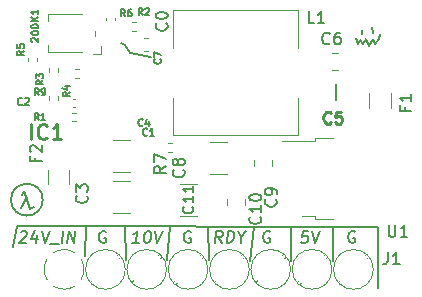
<source format=gbr>
%TF.GenerationSoftware,KiCad,Pcbnew,6.0.11+dfsg-1~bpo11+1*%
%TF.CreationDate,2023-08-28T18:41:00-05:00*%
%TF.ProjectId,Gauntl33tVoltageRegulator,4761756e-746c-4333-9374-566f6c746167,rev?*%
%TF.SameCoordinates,Original*%
%TF.FileFunction,Legend,Top*%
%TF.FilePolarity,Positive*%
%FSLAX46Y46*%
G04 Gerber Fmt 4.6, Leading zero omitted, Abs format (unit mm)*
G04 Created by KiCad (PCBNEW 6.0.11+dfsg-1~bpo11+1) date 2023-08-28 18:41:00*
%MOMM*%
%LPD*%
G01*
G04 APERTURE LIST*
%ADD10C,0.150000*%
%ADD11C,0.254000*%
%ADD12C,0.250000*%
%ADD13C,0.120000*%
%ADD14C,0.200000*%
G04 APERTURE END LIST*
D10*
X148100000Y-108400000D02*
X148200000Y-108900000D01*
X144800000Y-125300000D02*
X144800000Y-128200000D01*
X148600000Y-125300000D02*
X118100000Y-125200000D01*
X120245362Y-123000000D02*
G75*
G03*
X120245362Y-123000000I-1345362J0D01*
G01*
X147400000Y-109800000D02*
X147600000Y-109400000D01*
X141300000Y-125300000D02*
X141300000Y-128200000D01*
X123900000Y-125200000D02*
X123800000Y-127800000D01*
X147900000Y-110000000D02*
X148200000Y-109400000D01*
X146800000Y-109300000D02*
X146900000Y-109800000D01*
X127600000Y-110600000D02*
X127200000Y-109900000D01*
X146900000Y-109800000D02*
X147100000Y-109500000D01*
X147600000Y-109400000D02*
X147900000Y-110000000D01*
X138100000Y-125300000D02*
X137800000Y-128200000D01*
X129400000Y-110900000D02*
X127600000Y-110600000D01*
X118900000Y-122800000D02*
X118400000Y-123700000D01*
X118500000Y-122600000D02*
X118700000Y-122300000D01*
X148700000Y-109400000D02*
X148800000Y-109000000D01*
X118100000Y-125200000D02*
X117700000Y-127000000D01*
X131000000Y-125200000D02*
X130800000Y-128100000D01*
X127200000Y-125200000D02*
X127300000Y-128100000D01*
X119200000Y-123800000D02*
X119500000Y-123600000D01*
X147300000Y-108600000D02*
X147300000Y-109000000D01*
X147100000Y-109500000D02*
X147400000Y-109800000D01*
X134200000Y-125200001D02*
X134300000Y-128100000D01*
X118700000Y-122300000D02*
X119200000Y-123800000D01*
X148600000Y-125300000D02*
X148600000Y-130500000D01*
X127200000Y-109900000D02*
X126900000Y-109700000D01*
X148200000Y-109400000D02*
X148400000Y-109800000D01*
X148400000Y-109800000D02*
X148700000Y-109400000D01*
X125561904Y-125700000D02*
X125466666Y-125652380D01*
X125323809Y-125652380D01*
X125180952Y-125700000D01*
X125085714Y-125795238D01*
X125038095Y-125890476D01*
X124990476Y-126080952D01*
X124990476Y-126223809D01*
X125038095Y-126414285D01*
X125085714Y-126509523D01*
X125180952Y-126604761D01*
X125323809Y-126652380D01*
X125419047Y-126652380D01*
X125561904Y-126604761D01*
X125609523Y-126557142D01*
X125609523Y-126223809D01*
X125419047Y-126223809D01*
X139461904Y-125700000D02*
X139366666Y-125652380D01*
X139223809Y-125652380D01*
X139080952Y-125700000D01*
X138985714Y-125795238D01*
X138938095Y-125890476D01*
X138890476Y-126080952D01*
X138890476Y-126223809D01*
X138938095Y-126414285D01*
X138985714Y-126509523D01*
X139080952Y-126604761D01*
X139223809Y-126652380D01*
X139319047Y-126652380D01*
X139461904Y-126604761D01*
X139509523Y-126557142D01*
X139509523Y-126223809D01*
X139319047Y-126223809D01*
X135386279Y-126652380D02*
X135112470Y-126176190D01*
X134814851Y-126652380D02*
X134939851Y-125652380D01*
X135320803Y-125652380D01*
X135410089Y-125700000D01*
X135451755Y-125747619D01*
X135487470Y-125842857D01*
X135469613Y-125985714D01*
X135410089Y-126080952D01*
X135356517Y-126128571D01*
X135255327Y-126176190D01*
X134874375Y-126176190D01*
X135814851Y-126652380D02*
X135939851Y-125652380D01*
X136177946Y-125652380D01*
X136314851Y-125700000D01*
X136398184Y-125795238D01*
X136433898Y-125890476D01*
X136457708Y-126080952D01*
X136439851Y-126223809D01*
X136368422Y-126414285D01*
X136308898Y-126509523D01*
X136201755Y-126604761D01*
X136052946Y-126652380D01*
X135814851Y-126652380D01*
X137064851Y-126176190D02*
X137005327Y-126652380D01*
X136796994Y-125652380D02*
X137064851Y-126176190D01*
X137463660Y-125652380D01*
X146661904Y-125700000D02*
X146566666Y-125652380D01*
X146423809Y-125652380D01*
X146280952Y-125700000D01*
X146185714Y-125795238D01*
X146138095Y-125890476D01*
X146090476Y-126080952D01*
X146090476Y-126223809D01*
X146138095Y-126414285D01*
X146185714Y-126509523D01*
X146280952Y-126604761D01*
X146423809Y-126652380D01*
X146519047Y-126652380D01*
X146661904Y-126604761D01*
X146709523Y-126557142D01*
X146709523Y-126223809D01*
X146519047Y-126223809D01*
X128386279Y-126652380D02*
X127814851Y-126652380D01*
X128100565Y-126652380D02*
X128225565Y-125652380D01*
X128112470Y-125795238D01*
X128005327Y-125890476D01*
X127904136Y-125938095D01*
X129130327Y-125652380D02*
X129225565Y-125652380D01*
X129314851Y-125700000D01*
X129356517Y-125747619D01*
X129392232Y-125842857D01*
X129416041Y-126033333D01*
X129386279Y-126271428D01*
X129314851Y-126461904D01*
X129255327Y-126557142D01*
X129201755Y-126604761D01*
X129100565Y-126652380D01*
X129005327Y-126652380D01*
X128916041Y-126604761D01*
X128874375Y-126557142D01*
X128838660Y-126461904D01*
X128814851Y-126271428D01*
X128844613Y-126033333D01*
X128916041Y-125842857D01*
X128975565Y-125747619D01*
X129029136Y-125700000D01*
X129130327Y-125652380D01*
X129749375Y-125652380D02*
X129957708Y-126652380D01*
X130416041Y-125652380D01*
X132761904Y-125700000D02*
X132666666Y-125652380D01*
X132523809Y-125652380D01*
X132380952Y-125700000D01*
X132285714Y-125795238D01*
X132238095Y-125890476D01*
X132190476Y-126080952D01*
X132190476Y-126223809D01*
X132238095Y-126414285D01*
X132285714Y-126509523D01*
X132380952Y-126604761D01*
X132523809Y-126652380D01*
X132619047Y-126652380D01*
X132761904Y-126604761D01*
X132809523Y-126557142D01*
X132809523Y-126223809D01*
X132619047Y-126223809D01*
X118385089Y-125747619D02*
X118438660Y-125700000D01*
X118539851Y-125652380D01*
X118777946Y-125652380D01*
X118867232Y-125700000D01*
X118908898Y-125747619D01*
X118944613Y-125842857D01*
X118932708Y-125938095D01*
X118867232Y-126080952D01*
X118224375Y-126652380D01*
X118843422Y-126652380D01*
X119783898Y-125985714D02*
X119700565Y-126652380D01*
X119593422Y-125604761D02*
X119266041Y-126319047D01*
X119885089Y-126319047D01*
X120206517Y-125652380D02*
X120414851Y-126652380D01*
X120873184Y-125652380D01*
X120831517Y-126747619D02*
X121593422Y-126747619D01*
X121843422Y-126652380D02*
X121968422Y-125652380D01*
X122319613Y-126652380D02*
X122444613Y-125652380D01*
X122891041Y-126652380D01*
X123016041Y-125652380D01*
X142739851Y-125652380D02*
X142263660Y-125652380D01*
X142156517Y-126128571D01*
X142210089Y-126080952D01*
X142311279Y-126033333D01*
X142549375Y-126033333D01*
X142638660Y-126080952D01*
X142680327Y-126128571D01*
X142716041Y-126223809D01*
X142686279Y-126461904D01*
X142626755Y-126557142D01*
X142573184Y-126604761D01*
X142471994Y-126652380D01*
X142233898Y-126652380D01*
X142144613Y-126604761D01*
X142102946Y-126557142D01*
X143073184Y-125652380D02*
X143281517Y-126652380D01*
X143739851Y-125652380D01*
%TO.C,L1*%
X143233333Y-108052380D02*
X142757142Y-108052380D01*
X142757142Y-107052380D01*
X144090476Y-108052380D02*
X143519047Y-108052380D01*
X143804761Y-108052380D02*
X143804761Y-107052380D01*
X143709523Y-107195238D01*
X143614285Y-107290476D01*
X143519047Y-107338095D01*
%TO.C,C1*%
X129100000Y-117514285D02*
X129071428Y-117542857D01*
X128985714Y-117571428D01*
X128928571Y-117571428D01*
X128842857Y-117542857D01*
X128785714Y-117485714D01*
X128757142Y-117428571D01*
X128728571Y-117314285D01*
X128728571Y-117228571D01*
X128757142Y-117114285D01*
X128785714Y-117057142D01*
X128842857Y-117000000D01*
X128928571Y-116971428D01*
X128985714Y-116971428D01*
X129071428Y-117000000D01*
X129100000Y-117028571D01*
X129671428Y-117571428D02*
X129328571Y-117571428D01*
X129500000Y-117571428D02*
X129500000Y-116971428D01*
X129442857Y-117057142D01*
X129385714Y-117114285D01*
X129328571Y-117142857D01*
%TO.C,C11*%
X132921428Y-123578571D02*
X132964285Y-123621428D01*
X133007142Y-123750000D01*
X133007142Y-123835714D01*
X132964285Y-123964285D01*
X132878571Y-124050000D01*
X132792857Y-124092857D01*
X132621428Y-124135714D01*
X132492857Y-124135714D01*
X132321428Y-124092857D01*
X132235714Y-124050000D01*
X132150000Y-123964285D01*
X132107142Y-123835714D01*
X132107142Y-123750000D01*
X132150000Y-123621428D01*
X132192857Y-123578571D01*
X133007142Y-122721428D02*
X133007142Y-123235714D01*
X133007142Y-122978571D02*
X132107142Y-122978571D01*
X132235714Y-123064285D01*
X132321428Y-123150000D01*
X132364285Y-123235714D01*
X133007142Y-121864285D02*
X133007142Y-122378571D01*
X133007142Y-122121428D02*
X132107142Y-122121428D01*
X132235714Y-122207142D01*
X132321428Y-122292857D01*
X132364285Y-122378571D01*
%TO.C,R7*%
X130652380Y-120166666D02*
X130176190Y-120500000D01*
X130652380Y-120738095D02*
X129652380Y-120738095D01*
X129652380Y-120357142D01*
X129700000Y-120261904D01*
X129747619Y-120214285D01*
X129842857Y-120166666D01*
X129985714Y-120166666D01*
X130080952Y-120214285D01*
X130128571Y-120261904D01*
X130176190Y-120357142D01*
X130176190Y-120738095D01*
X129652380Y-119833333D02*
X129652380Y-119166666D01*
X130652380Y-119595238D01*
%TO.C,F2*%
X119628571Y-119433333D02*
X119628571Y-119766666D01*
X120152380Y-119766666D02*
X119152380Y-119766666D01*
X119152380Y-119290476D01*
X119247619Y-118957142D02*
X119200000Y-118909523D01*
X119152380Y-118814285D01*
X119152380Y-118576190D01*
X119200000Y-118480952D01*
X119247619Y-118433333D01*
X119342857Y-118385714D01*
X119438095Y-118385714D01*
X119580952Y-118433333D01*
X120152380Y-119004761D01*
X120152380Y-118385714D01*
D11*
%TO.C,IC1*%
X119260238Y-117874523D02*
X119260238Y-116604523D01*
X120590714Y-117753571D02*
X120530238Y-117814047D01*
X120348809Y-117874523D01*
X120227857Y-117874523D01*
X120046428Y-117814047D01*
X119925476Y-117693095D01*
X119865000Y-117572142D01*
X119804523Y-117330238D01*
X119804523Y-117148809D01*
X119865000Y-116906904D01*
X119925476Y-116785952D01*
X120046428Y-116665000D01*
X120227857Y-116604523D01*
X120348809Y-116604523D01*
X120530238Y-116665000D01*
X120590714Y-116725476D01*
X121800238Y-117874523D02*
X121074523Y-117874523D01*
X121437380Y-117874523D02*
X121437380Y-116604523D01*
X121316428Y-116785952D01*
X121195476Y-116906904D01*
X121074523Y-116967380D01*
D10*
%TO.C,C0*%
X130719642Y-108066666D02*
X130767261Y-108114285D01*
X130814880Y-108257142D01*
X130814880Y-108352380D01*
X130767261Y-108495238D01*
X130672023Y-108590476D01*
X130576785Y-108638095D01*
X130386309Y-108685714D01*
X130243452Y-108685714D01*
X130052976Y-108638095D01*
X129957738Y-108590476D01*
X129862500Y-108495238D01*
X129814880Y-108352380D01*
X129814880Y-108257142D01*
X129862500Y-108114285D01*
X129910119Y-108066666D01*
X129814880Y-107447619D02*
X129814880Y-107352380D01*
X129862500Y-107257142D01*
X129910119Y-107209523D01*
X130005357Y-107161904D01*
X130195833Y-107114285D01*
X130433928Y-107114285D01*
X130624404Y-107161904D01*
X130719642Y-107209523D01*
X130767261Y-107257142D01*
X130814880Y-107352380D01*
X130814880Y-107447619D01*
X130767261Y-107542857D01*
X130719642Y-107590476D01*
X130624404Y-107638095D01*
X130433928Y-107685714D01*
X130195833Y-107685714D01*
X130005357Y-107638095D01*
X129910119Y-107590476D01*
X129862500Y-107542857D01*
X129814880Y-107447619D01*
%TO.C,R3*%
X120271428Y-112900000D02*
X119985714Y-113100000D01*
X120271428Y-113242857D02*
X119671428Y-113242857D01*
X119671428Y-113014285D01*
X119700000Y-112957142D01*
X119728571Y-112928571D01*
X119785714Y-112900000D01*
X119871428Y-112900000D01*
X119928571Y-112928571D01*
X119957142Y-112957142D01*
X119985714Y-113014285D01*
X119985714Y-113242857D01*
X119671428Y-112700000D02*
X119671428Y-112328571D01*
X119900000Y-112528571D01*
X119900000Y-112442857D01*
X119928571Y-112385714D01*
X119957142Y-112357142D01*
X120014285Y-112328571D01*
X120157142Y-112328571D01*
X120214285Y-112357142D01*
X120242857Y-112385714D01*
X120271428Y-112442857D01*
X120271428Y-112614285D01*
X120242857Y-112671428D01*
X120214285Y-112700000D01*
%TO.C,R1*%
X119900000Y-116271428D02*
X119700000Y-115985714D01*
X119557142Y-116271428D02*
X119557142Y-115671428D01*
X119785714Y-115671428D01*
X119842857Y-115700000D01*
X119871428Y-115728571D01*
X119900000Y-115785714D01*
X119900000Y-115871428D01*
X119871428Y-115928571D01*
X119842857Y-115957142D01*
X119785714Y-115985714D01*
X119557142Y-115985714D01*
X120471428Y-116271428D02*
X120128571Y-116271428D01*
X120300000Y-116271428D02*
X120300000Y-115671428D01*
X120242857Y-115757142D01*
X120185714Y-115814285D01*
X120128571Y-115842857D01*
%TO.C,U1*%
X149538095Y-125152380D02*
X149538095Y-125961904D01*
X149585714Y-126057142D01*
X149633333Y-126104761D01*
X149728571Y-126152380D01*
X149919047Y-126152380D01*
X150014285Y-126104761D01*
X150061904Y-126057142D01*
X150109523Y-125961904D01*
X150109523Y-125152380D01*
X151109523Y-126152380D02*
X150538095Y-126152380D01*
X150823809Y-126152380D02*
X150823809Y-125152380D01*
X150728571Y-125295238D01*
X150633333Y-125390476D01*
X150538095Y-125438095D01*
%TO.C,J1*%
X149466666Y-127452380D02*
X149466666Y-128166666D01*
X149419047Y-128309523D01*
X149323809Y-128404761D01*
X149180952Y-128452380D01*
X149085714Y-128452380D01*
X150466666Y-128452380D02*
X149895238Y-128452380D01*
X150180952Y-128452380D02*
X150180952Y-127452380D01*
X150085714Y-127595238D01*
X149990476Y-127690476D01*
X149895238Y-127738095D01*
%TO.C,C3*%
X123957142Y-122666666D02*
X124004761Y-122714285D01*
X124052380Y-122857142D01*
X124052380Y-122952380D01*
X124004761Y-123095238D01*
X123909523Y-123190476D01*
X123814285Y-123238095D01*
X123623809Y-123285714D01*
X123480952Y-123285714D01*
X123290476Y-123238095D01*
X123195238Y-123190476D01*
X123100000Y-123095238D01*
X123052380Y-122952380D01*
X123052380Y-122857142D01*
X123100000Y-122714285D01*
X123147619Y-122666666D01*
X123052380Y-122333333D02*
X123052380Y-121714285D01*
X123433333Y-122047619D01*
X123433333Y-121904761D01*
X123480952Y-121809523D01*
X123528571Y-121761904D01*
X123623809Y-121714285D01*
X123861904Y-121714285D01*
X123957142Y-121761904D01*
X124004761Y-121809523D01*
X124052380Y-121904761D01*
X124052380Y-122190476D01*
X124004761Y-122285714D01*
X123957142Y-122333333D01*
%TO.C,200K1*%
X119328571Y-109628571D02*
X119300000Y-109600000D01*
X119271428Y-109542857D01*
X119271428Y-109400000D01*
X119300000Y-109342857D01*
X119328571Y-109314285D01*
X119385714Y-109285714D01*
X119442857Y-109285714D01*
X119528571Y-109314285D01*
X119871428Y-109657142D01*
X119871428Y-109285714D01*
X119271428Y-108914285D02*
X119271428Y-108857142D01*
X119300000Y-108800000D01*
X119328571Y-108771428D01*
X119385714Y-108742857D01*
X119500000Y-108714285D01*
X119642857Y-108714285D01*
X119757142Y-108742857D01*
X119814285Y-108771428D01*
X119842857Y-108800000D01*
X119871428Y-108857142D01*
X119871428Y-108914285D01*
X119842857Y-108971428D01*
X119814285Y-109000000D01*
X119757142Y-109028571D01*
X119642857Y-109057142D01*
X119500000Y-109057142D01*
X119385714Y-109028571D01*
X119328571Y-109000000D01*
X119300000Y-108971428D01*
X119271428Y-108914285D01*
X119271428Y-108342857D02*
X119271428Y-108285714D01*
X119300000Y-108228571D01*
X119328571Y-108200000D01*
X119385714Y-108171428D01*
X119500000Y-108142857D01*
X119642857Y-108142857D01*
X119757142Y-108171428D01*
X119814285Y-108200000D01*
X119842857Y-108228571D01*
X119871428Y-108285714D01*
X119871428Y-108342857D01*
X119842857Y-108400000D01*
X119814285Y-108428571D01*
X119757142Y-108457142D01*
X119642857Y-108485714D01*
X119500000Y-108485714D01*
X119385714Y-108457142D01*
X119328571Y-108428571D01*
X119300000Y-108400000D01*
X119271428Y-108342857D01*
X119871428Y-107885714D02*
X119271428Y-107885714D01*
X119871428Y-107542857D02*
X119528571Y-107800000D01*
X119271428Y-107542857D02*
X119614285Y-107885714D01*
X119871428Y-106971428D02*
X119871428Y-107314285D01*
X119871428Y-107142857D02*
X119271428Y-107142857D01*
X119357142Y-107200000D01*
X119414285Y-107257142D01*
X119442857Y-107314285D01*
%TO.C,C8*%
X132157142Y-120466666D02*
X132204761Y-120514285D01*
X132252380Y-120657142D01*
X132252380Y-120752380D01*
X132204761Y-120895238D01*
X132109523Y-120990476D01*
X132014285Y-121038095D01*
X131823809Y-121085714D01*
X131680952Y-121085714D01*
X131490476Y-121038095D01*
X131395238Y-120990476D01*
X131300000Y-120895238D01*
X131252380Y-120752380D01*
X131252380Y-120657142D01*
X131300000Y-120514285D01*
X131347619Y-120466666D01*
X131680952Y-119895238D02*
X131633333Y-119990476D01*
X131585714Y-120038095D01*
X131490476Y-120085714D01*
X131442857Y-120085714D01*
X131347619Y-120038095D01*
X131300000Y-119990476D01*
X131252380Y-119895238D01*
X131252380Y-119704761D01*
X131300000Y-119609523D01*
X131347619Y-119561904D01*
X131442857Y-119514285D01*
X131490476Y-119514285D01*
X131585714Y-119561904D01*
X131633333Y-119609523D01*
X131680952Y-119704761D01*
X131680952Y-119895238D01*
X131728571Y-119990476D01*
X131776190Y-120038095D01*
X131871428Y-120085714D01*
X132061904Y-120085714D01*
X132157142Y-120038095D01*
X132204761Y-119990476D01*
X132252380Y-119895238D01*
X132252380Y-119704761D01*
X132204761Y-119609523D01*
X132157142Y-119561904D01*
X132061904Y-119514285D01*
X131871428Y-119514285D01*
X131776190Y-119561904D01*
X131728571Y-119609523D01*
X131680952Y-119704761D01*
%TO.C,R2*%
X128700000Y-107371428D02*
X128500000Y-107085714D01*
X128357142Y-107371428D02*
X128357142Y-106771428D01*
X128585714Y-106771428D01*
X128642857Y-106800000D01*
X128671428Y-106828571D01*
X128700000Y-106885714D01*
X128700000Y-106971428D01*
X128671428Y-107028571D01*
X128642857Y-107057142D01*
X128585714Y-107085714D01*
X128357142Y-107085714D01*
X128928571Y-106828571D02*
X128957142Y-106800000D01*
X129014285Y-106771428D01*
X129157142Y-106771428D01*
X129214285Y-106800000D01*
X129242857Y-106828571D01*
X129271428Y-106885714D01*
X129271428Y-106942857D01*
X129242857Y-107028571D01*
X128900000Y-107371428D01*
X129271428Y-107371428D01*
%TO.C,R4*%
X122541428Y-113905000D02*
X122255714Y-114105000D01*
X122541428Y-114247857D02*
X121941428Y-114247857D01*
X121941428Y-114019285D01*
X121970000Y-113962142D01*
X121998571Y-113933571D01*
X122055714Y-113905000D01*
X122141428Y-113905000D01*
X122198571Y-113933571D01*
X122227142Y-113962142D01*
X122255714Y-114019285D01*
X122255714Y-114247857D01*
X122141428Y-113390714D02*
X122541428Y-113390714D01*
X121912857Y-113533571D02*
X122341428Y-113676428D01*
X122341428Y-113305000D01*
%TO.C,C2*%
X118500000Y-114914285D02*
X118471428Y-114942857D01*
X118385714Y-114971428D01*
X118328571Y-114971428D01*
X118242857Y-114942857D01*
X118185714Y-114885714D01*
X118157142Y-114828571D01*
X118128571Y-114714285D01*
X118128571Y-114628571D01*
X118157142Y-114514285D01*
X118185714Y-114457142D01*
X118242857Y-114400000D01*
X118328571Y-114371428D01*
X118385714Y-114371428D01*
X118471428Y-114400000D01*
X118500000Y-114428571D01*
X118728571Y-114428571D02*
X118757142Y-114400000D01*
X118814285Y-114371428D01*
X118957142Y-114371428D01*
X119014285Y-114400000D01*
X119042857Y-114428571D01*
X119071428Y-114485714D01*
X119071428Y-114542857D01*
X119042857Y-114628571D01*
X118700000Y-114971428D01*
X119071428Y-114971428D01*
%TO.C,C4*%
X128700000Y-116714285D02*
X128671428Y-116742857D01*
X128585714Y-116771428D01*
X128528571Y-116771428D01*
X128442857Y-116742857D01*
X128385714Y-116685714D01*
X128357142Y-116628571D01*
X128328571Y-116514285D01*
X128328571Y-116428571D01*
X128357142Y-116314285D01*
X128385714Y-116257142D01*
X128442857Y-116200000D01*
X128528571Y-116171428D01*
X128585714Y-116171428D01*
X128671428Y-116200000D01*
X128700000Y-116228571D01*
X129214285Y-116371428D02*
X129214285Y-116771428D01*
X129071428Y-116142857D02*
X128928571Y-116571428D01*
X129300000Y-116571428D01*
%TO.C,C6*%
X144533333Y-109757142D02*
X144485714Y-109804761D01*
X144342857Y-109852380D01*
X144247619Y-109852380D01*
X144104761Y-109804761D01*
X144009523Y-109709523D01*
X143961904Y-109614285D01*
X143914285Y-109423809D01*
X143914285Y-109280952D01*
X143961904Y-109090476D01*
X144009523Y-108995238D01*
X144104761Y-108900000D01*
X144247619Y-108852380D01*
X144342857Y-108852380D01*
X144485714Y-108900000D01*
X144533333Y-108947619D01*
X145390476Y-108852380D02*
X145200000Y-108852380D01*
X145104761Y-108900000D01*
X145057142Y-108947619D01*
X144961904Y-109090476D01*
X144914285Y-109280952D01*
X144914285Y-109661904D01*
X144961904Y-109757142D01*
X145009523Y-109804761D01*
X145104761Y-109852380D01*
X145295238Y-109852380D01*
X145390476Y-109804761D01*
X145438095Y-109757142D01*
X145485714Y-109661904D01*
X145485714Y-109423809D01*
X145438095Y-109328571D01*
X145390476Y-109280952D01*
X145295238Y-109233333D01*
X145104761Y-109233333D01*
X145009523Y-109280952D01*
X144961904Y-109328571D01*
X144914285Y-109423809D01*
%TO.C,C9*%
X139957142Y-122966666D02*
X140004761Y-123014285D01*
X140052380Y-123157142D01*
X140052380Y-123252380D01*
X140004761Y-123395238D01*
X139909523Y-123490476D01*
X139814285Y-123538095D01*
X139623809Y-123585714D01*
X139480952Y-123585714D01*
X139290476Y-123538095D01*
X139195238Y-123490476D01*
X139100000Y-123395238D01*
X139052380Y-123252380D01*
X139052380Y-123157142D01*
X139100000Y-123014285D01*
X139147619Y-122966666D01*
X140052380Y-122490476D02*
X140052380Y-122300000D01*
X140004761Y-122204761D01*
X139957142Y-122157142D01*
X139814285Y-122061904D01*
X139623809Y-122014285D01*
X139242857Y-122014285D01*
X139147619Y-122061904D01*
X139100000Y-122109523D01*
X139052380Y-122204761D01*
X139052380Y-122395238D01*
X139100000Y-122490476D01*
X139147619Y-122538095D01*
X139242857Y-122585714D01*
X139480952Y-122585714D01*
X139576190Y-122538095D01*
X139623809Y-122490476D01*
X139671428Y-122395238D01*
X139671428Y-122204761D01*
X139623809Y-122109523D01*
X139576190Y-122061904D01*
X139480952Y-122014285D01*
%TO.C,F1*%
X150928571Y-115133333D02*
X150928571Y-115466666D01*
X151452380Y-115466666D02*
X150452380Y-115466666D01*
X150452380Y-114990476D01*
X151452380Y-114085714D02*
X151452380Y-114657142D01*
X151452380Y-114371428D02*
X150452380Y-114371428D01*
X150595238Y-114466666D01*
X150690476Y-114561904D01*
X150738095Y-114657142D01*
%TO.C,R9*%
X119900000Y-114171428D02*
X119700000Y-113885714D01*
X119557142Y-114171428D02*
X119557142Y-113571428D01*
X119785714Y-113571428D01*
X119842857Y-113600000D01*
X119871428Y-113628571D01*
X119900000Y-113685714D01*
X119900000Y-113771428D01*
X119871428Y-113828571D01*
X119842857Y-113857142D01*
X119785714Y-113885714D01*
X119557142Y-113885714D01*
X120185714Y-114171428D02*
X120300000Y-114171428D01*
X120357142Y-114142857D01*
X120385714Y-114114285D01*
X120442857Y-114028571D01*
X120471428Y-113914285D01*
X120471428Y-113685714D01*
X120442857Y-113628571D01*
X120414285Y-113600000D01*
X120357142Y-113571428D01*
X120242857Y-113571428D01*
X120185714Y-113600000D01*
X120157142Y-113628571D01*
X120128571Y-113685714D01*
X120128571Y-113828571D01*
X120157142Y-113885714D01*
X120185714Y-113914285D01*
X120242857Y-113942857D01*
X120357142Y-113942857D01*
X120414285Y-113914285D01*
X120442857Y-113885714D01*
X120471428Y-113828571D01*
D12*
%TO.C,C5*%
X144633333Y-116457142D02*
X144585714Y-116504761D01*
X144442857Y-116552380D01*
X144347619Y-116552380D01*
X144204761Y-116504761D01*
X144109523Y-116409523D01*
X144061904Y-116314285D01*
X144014285Y-116123809D01*
X144014285Y-115980952D01*
X144061904Y-115790476D01*
X144109523Y-115695238D01*
X144204761Y-115600000D01*
X144347619Y-115552380D01*
X144442857Y-115552380D01*
X144585714Y-115600000D01*
X144633333Y-115647619D01*
X145538095Y-115552380D02*
X145061904Y-115552380D01*
X145014285Y-116028571D01*
X145061904Y-115980952D01*
X145157142Y-115933333D01*
X145395238Y-115933333D01*
X145490476Y-115980952D01*
X145538095Y-116028571D01*
X145585714Y-116123809D01*
X145585714Y-116361904D01*
X145538095Y-116457142D01*
X145490476Y-116504761D01*
X145395238Y-116552380D01*
X145157142Y-116552380D01*
X145061904Y-116504761D01*
X145014285Y-116457142D01*
D10*
%TO.C,C7*%
X130214285Y-111100000D02*
X130242857Y-111128571D01*
X130271428Y-111214285D01*
X130271428Y-111271428D01*
X130242857Y-111357142D01*
X130185714Y-111414285D01*
X130128571Y-111442857D01*
X130014285Y-111471428D01*
X129928571Y-111471428D01*
X129814285Y-111442857D01*
X129757142Y-111414285D01*
X129700000Y-111357142D01*
X129671428Y-111271428D01*
X129671428Y-111214285D01*
X129700000Y-111128571D01*
X129728571Y-111100000D01*
X129671428Y-110900000D02*
X129671428Y-110500000D01*
X130271428Y-110757142D01*
%TO.C,R5*%
X118671428Y-110400000D02*
X118385714Y-110600000D01*
X118671428Y-110742857D02*
X118071428Y-110742857D01*
X118071428Y-110514285D01*
X118100000Y-110457142D01*
X118128571Y-110428571D01*
X118185714Y-110400000D01*
X118271428Y-110400000D01*
X118328571Y-110428571D01*
X118357142Y-110457142D01*
X118385714Y-110514285D01*
X118385714Y-110742857D01*
X118071428Y-109857142D02*
X118071428Y-110142857D01*
X118357142Y-110171428D01*
X118328571Y-110142857D01*
X118300000Y-110085714D01*
X118300000Y-109942857D01*
X118328571Y-109885714D01*
X118357142Y-109857142D01*
X118414285Y-109828571D01*
X118557142Y-109828571D01*
X118614285Y-109857142D01*
X118642857Y-109885714D01*
X118671428Y-109942857D01*
X118671428Y-110085714D01*
X118642857Y-110142857D01*
X118614285Y-110171428D01*
%TO.C,R6*%
X127200000Y-107471428D02*
X127000000Y-107185714D01*
X126857142Y-107471428D02*
X126857142Y-106871428D01*
X127085714Y-106871428D01*
X127142857Y-106900000D01*
X127171428Y-106928571D01*
X127200000Y-106985714D01*
X127200000Y-107071428D01*
X127171428Y-107128571D01*
X127142857Y-107157142D01*
X127085714Y-107185714D01*
X126857142Y-107185714D01*
X127714285Y-106871428D02*
X127600000Y-106871428D01*
X127542857Y-106900000D01*
X127514285Y-106928571D01*
X127457142Y-107014285D01*
X127428571Y-107128571D01*
X127428571Y-107357142D01*
X127457142Y-107414285D01*
X127485714Y-107442857D01*
X127542857Y-107471428D01*
X127657142Y-107471428D01*
X127714285Y-107442857D01*
X127742857Y-107414285D01*
X127771428Y-107357142D01*
X127771428Y-107214285D01*
X127742857Y-107157142D01*
X127714285Y-107128571D01*
X127657142Y-107100000D01*
X127542857Y-107100000D01*
X127485714Y-107128571D01*
X127457142Y-107157142D01*
X127428571Y-107214285D01*
%TO.C,C10*%
X138637142Y-124442857D02*
X138684761Y-124490476D01*
X138732380Y-124633333D01*
X138732380Y-124728571D01*
X138684761Y-124871428D01*
X138589523Y-124966666D01*
X138494285Y-125014285D01*
X138303809Y-125061904D01*
X138160952Y-125061904D01*
X137970476Y-125014285D01*
X137875238Y-124966666D01*
X137780000Y-124871428D01*
X137732380Y-124728571D01*
X137732380Y-124633333D01*
X137780000Y-124490476D01*
X137827619Y-124442857D01*
X138732380Y-123490476D02*
X138732380Y-124061904D01*
X138732380Y-123776190D02*
X137732380Y-123776190D01*
X137875238Y-123871428D01*
X137970476Y-123966666D01*
X138018095Y-124061904D01*
X137732380Y-122871428D02*
X137732380Y-122776190D01*
X137780000Y-122680952D01*
X137827619Y-122633333D01*
X137922857Y-122585714D01*
X138113333Y-122538095D01*
X138351428Y-122538095D01*
X138541904Y-122585714D01*
X138637142Y-122633333D01*
X138684761Y-122680952D01*
X138732380Y-122776190D01*
X138732380Y-122871428D01*
X138684761Y-122966666D01*
X138637142Y-123014285D01*
X138541904Y-123061904D01*
X138351428Y-123109523D01*
X138113333Y-123109523D01*
X137922857Y-123061904D01*
X137827619Y-123014285D01*
X137780000Y-122966666D01*
X137732380Y-122871428D01*
D13*
%TO.C,L1*%
X131300000Y-117560000D02*
X131300000Y-114360000D01*
X141900000Y-117560000D02*
X131300000Y-117560000D01*
X131300000Y-106960000D02*
X141900000Y-106960000D01*
X141900000Y-106960000D02*
X141900000Y-110160000D01*
X141900000Y-114360000D02*
X141900000Y-117560000D01*
X131300000Y-110160000D02*
X131300000Y-106960000D01*
%TO.C,C1*%
X126188748Y-117940000D02*
X127611252Y-117940000D01*
X126188748Y-120660000D02*
X127611252Y-120660000D01*
%TO.C,C11*%
X133311252Y-124360000D02*
X131888748Y-124360000D01*
X133311252Y-121640000D02*
X131888748Y-121640000D01*
%TO.C,R7*%
X130832379Y-118220000D02*
X131167621Y-118220000D01*
X130832379Y-118980000D02*
X131167621Y-118980000D01*
%TO.C,F2*%
X122510000Y-121702064D02*
X122510000Y-120497936D01*
X120690000Y-121702064D02*
X120690000Y-120497936D01*
%TO.C,C0*%
X129146267Y-109350000D02*
X128853733Y-109350000D01*
X129146267Y-110370000D02*
X128853733Y-110370000D01*
%TO.C,R3*%
X121555000Y-112207621D02*
X121555000Y-111872379D01*
X120795000Y-112207621D02*
X120795000Y-111872379D01*
%TO.C,R1*%
X123067621Y-115620000D02*
X122732379Y-115620000D01*
X123067621Y-116380000D02*
X122732379Y-116380000D01*
%TO.C,U1*%
X143305000Y-118045000D02*
X140475000Y-118045000D01*
X143305000Y-124675000D02*
X143305000Y-124405000D01*
X144805000Y-117775000D02*
X143305000Y-117775000D01*
X143305000Y-117775000D02*
X143305000Y-118045000D01*
X143305000Y-124405000D02*
X142205000Y-124405000D01*
X144805000Y-124675000D02*
X143305000Y-124675000D01*
%TO.C,J1*%
X126620000Y-127625000D02*
X126526000Y-127719000D01*
X144325000Y-127831000D02*
X144196000Y-127959000D01*
X140825000Y-127831000D02*
X140696000Y-127959000D01*
X137325000Y-127831000D02*
X137196000Y-127959000D01*
X126825000Y-127831000D02*
X126696000Y-127959000D01*
X145575000Y-130081000D02*
X145481000Y-130174000D01*
X135075000Y-130081000D02*
X134981000Y-130174000D01*
X147825000Y-127831000D02*
X147696000Y-127959000D01*
X128075000Y-130081000D02*
X127981000Y-130174000D01*
X130120000Y-127625000D02*
X130026000Y-127719000D01*
X142075000Y-130081000D02*
X141981000Y-130174000D01*
X124575000Y-130081000D02*
X124481000Y-130174000D01*
X140620000Y-127625000D02*
X140526000Y-127719000D01*
X147620000Y-127625000D02*
X147526000Y-127719000D01*
X133825000Y-127831000D02*
X133696000Y-127959000D01*
X124405000Y-129841000D02*
X124276000Y-129969000D01*
X130325000Y-127831000D02*
X130196000Y-127959000D01*
X141905000Y-129841000D02*
X141776000Y-129969000D01*
X137120000Y-127625000D02*
X137026000Y-127719000D01*
X127905000Y-129841000D02*
X127776000Y-129969000D01*
X138575000Y-130081000D02*
X138481000Y-130174000D01*
X131575000Y-130081000D02*
X131481000Y-130174000D01*
X133620000Y-127625000D02*
X133526000Y-127719000D01*
X138405000Y-129841000D02*
X138276000Y-129969000D01*
X131405000Y-129841000D02*
X131276000Y-129969000D01*
X144120000Y-127625000D02*
X144026000Y-127719000D01*
X145405000Y-129841000D02*
X145276000Y-129969000D01*
X134905000Y-129841000D02*
X134776000Y-129969000D01*
X122916000Y-127459999D02*
G75*
G03*
X121160106Y-127474642I-866000J-1439999D01*
G01*
X123475000Y-129791000D02*
G75*
G03*
X123475504Y-128009807I-1425003J891000D01*
G01*
X120609999Y-128034000D02*
G75*
G03*
X120624642Y-129789894I1439999J-866000D01*
G01*
X121184000Y-130340000D02*
G75*
G03*
X122078674Y-130580099I866003J1440014D01*
G01*
X122050000Y-130580000D02*
G75*
G03*
X122940264Y-130324721I3J1679990D01*
G01*
X148230000Y-128900000D02*
G75*
G03*
X148230000Y-128900000I-1680000J0D01*
G01*
X137730000Y-128900000D02*
G75*
G03*
X137730000Y-128900000I-1680000J0D01*
G01*
X141230000Y-128900000D02*
G75*
G03*
X141230000Y-128900000I-1680000J0D01*
G01*
X134230000Y-128900000D02*
G75*
G03*
X134230000Y-128900000I-1680000J0D01*
G01*
X130730000Y-128900000D02*
G75*
G03*
X130730000Y-128900000I-1680000J0D01*
G01*
X144730000Y-128900000D02*
G75*
G03*
X144730000Y-128900000I-1680000J0D01*
G01*
X127230000Y-128900000D02*
G75*
G03*
X127230000Y-128900000I-1680000J0D01*
G01*
%TO.C,C3*%
X126188748Y-121440000D02*
X127611252Y-121440000D01*
X126188748Y-124160000D02*
X127611252Y-124160000D01*
%TO.C,200K1*%
X123600000Y-110500000D02*
X120700000Y-110500000D01*
X123600000Y-107300000D02*
X120700000Y-107300000D01*
X120700000Y-110500000D02*
X120700000Y-109900000D01*
X120700000Y-107300000D02*
X120700000Y-107900000D01*
X124700000Y-109100000D02*
X124700000Y-108700000D01*
X124500000Y-110700000D02*
X125200000Y-110700000D01*
X125200000Y-110700000D02*
X125200000Y-110000000D01*
%TO.C,C8*%
X135811252Y-118140000D02*
X134388748Y-118140000D01*
X135811252Y-120860000D02*
X134388748Y-120860000D01*
%TO.C,R2*%
X128132621Y-107952061D02*
X127797379Y-107952061D01*
X128132621Y-108712061D02*
X127797379Y-108712061D01*
%TO.C,R4*%
X121565000Y-114234879D02*
X121565000Y-114570121D01*
X120805000Y-114234879D02*
X120805000Y-114570121D01*
%TO.C,C2*%
X122784165Y-115160000D02*
X123015835Y-115160000D01*
X122784165Y-114440000D02*
X123015835Y-114440000D01*
%TO.C,C6*%
X144738748Y-112035000D02*
X145261252Y-112035000D01*
X144738748Y-110565000D02*
X145261252Y-110565000D01*
%TO.C,C9*%
X139635000Y-119638748D02*
X139635000Y-120161252D01*
X138165000Y-119638748D02*
X138165000Y-120161252D01*
%TO.C,F1*%
X149710000Y-115202064D02*
X149710000Y-113997936D01*
X147890000Y-115202064D02*
X147890000Y-113997936D01*
%TO.C,R9*%
X123292621Y-111900000D02*
X122957379Y-111900000D01*
X123292621Y-112660000D02*
X122957379Y-112660000D01*
D14*
%TO.C,C5*%
X145100000Y-114600000D02*
X145100000Y-113200000D01*
D13*
%TO.C,R5*%
X119760000Y-111215835D02*
X119760000Y-110984165D01*
X119040000Y-111215835D02*
X119040000Y-110984165D01*
%TO.C,R6*%
X125640000Y-107815835D02*
X125640000Y-107584165D01*
X126360000Y-107815835D02*
X126360000Y-107584165D01*
%TO.C,C10*%
X137335000Y-122938748D02*
X137335000Y-123461252D01*
X135865000Y-122938748D02*
X135865000Y-123461252D01*
%TD*%
M02*

</source>
